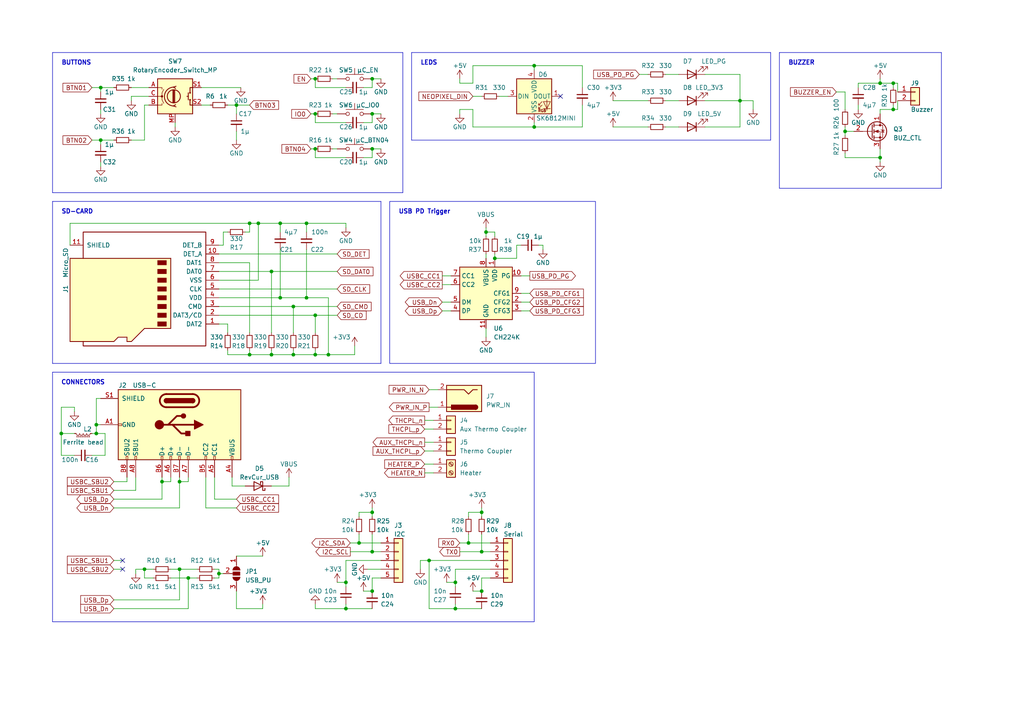
<source format=kicad_sch>
(kicad_sch (version 20231120) (generator "eeschema") (generator_version "8.0")
  (paper "A4")
  (title_block (title "Modular Solder Reflow PCB") (rev "0.0.1"))
  (junction (at 78.74 78.74))
  (junction (at 259.08 24.13))
  (junction (at 72.39 102.87))
  (junction (at 100.33 176.53))
  (junction (at 255.27 24.13))
  (junction (at 91.44 102.87))
  (junction (at 107.95 148.59))
  (junction (at 27.94 125.73))
  (junction (at 29.21 25.4))
  (junction (at 140.97 67.31))
  (junction (at 154.94 19.05))
  (junction (at 139.7 148.59))
  (junction (at 91.44 33.02))
  (junction (at 214.63 29.21))
  (junction (at 107.95 43.18))
  (junction (at 52.07 165.1))
  (junction (at 143.51 74.93))
  (junction (at 135.89 157.48))
  (junction (at 245.11 38.1))
  (junction (at 52.07 139.7))
  (junction (at 132.08 168.91))
  (junction (at 29.21 40.64))
  (junction (at 95.25 102.87))
  (junction (at 81.28 64.77))
  (junction (at 91.44 43.18))
  (junction (at 259.08 31.75))
  (junction (at 78.74 102.87))
  (junction (at 88.9 64.77))
  (junction (at 74.93 64.77))
  (junction (at 41.91 165.1))
  (junction (at 27.94 123.19))
  (junction (at 72.39 64.77))
  (junction (at 100.33 168.91))
  (junction (at 81.28 86.36))
  (junction (at 154.94 36.83))
  (junction (at 17.78 125.73))
  (junction (at 255.27 45.72))
  (junction (at 107.95 160.02))
  (junction (at 88.9 86.36))
  (junction (at 124.46 162.56))
  (junction (at 85.09 88.9))
  (junction (at 63.5 166.37))
  (junction (at 132.08 176.53))
  (junction (at 68.58 30.48))
  (junction (at 139.7 171.45))
  (junction (at 107.95 171.45))
  (junction (at 107.95 33.02))
  (junction (at 104.14 157.48))
  (junction (at 91.44 91.44))
  (junction (at 54.61 167.64))
  (junction (at 46.99 139.7))
  (junction (at 91.44 22.86))
  (junction (at 139.7 160.02))
  (junction (at 107.95 22.86))
  (junction (at 85.09 102.87))
  (no_connect (at 35.56 162.56))
  (no_connect (at 35.56 165.1))
  (no_connect (at 162.56 27.94))
  (wire (pts (xy 132.08 170.18) (xy 132.08 168.91)))
  (wire (pts (xy 39.37 166.37) (xy 39.37 165.1)))
  (wire (pts (xy 78.74 96.52) (xy 78.74 78.74)))
  (wire (pts (xy 54.61 176.53) (xy 54.61 167.64)))
  (wire (pts (xy 218.44 31.75) (xy 218.44 29.21)))
  (polyline (pts (xy 116.84 55.88) (xy 116.84 15.24)))
  (wire (pts (xy 128.27 80.01) (xy 130.81 80.01)))
  (wire (pts (xy 63.5 76.2) (xy 72.39 76.2)))
  (polyline (pts (xy 15.24 107.95) (xy 15.24 180.34)))
  (polyline (pts (xy 15.24 180.34) (xy 154.94 180.34)))
  (wire (pts (xy 95.25 86.36) (xy 95.25 102.87)))
  (wire (pts (xy 26.67 25.4) (xy 29.21 25.4)))
  (wire (pts (xy 44.45 167.64) (xy 41.91 167.64)))
  (wire (pts (xy 107.95 167.64) (xy 110.49 167.64)))
  (wire (pts (xy 139.7 148.59) (xy 139.7 147.32)))
  (wire (pts (xy 85.09 88.9) (xy 63.5 88.9)))
  (wire (pts (xy 21.59 125.73) (xy 17.78 125.73)))
  (wire (pts (xy 154.94 36.83) (xy 154.94 35.56)))
  (wire (pts (xy 29.21 115.57) (xy 27.94 115.57)))
  (wire (pts (xy 30.48 132.08) (xy 30.48 125.73)))
  (wire (pts (xy 85.09 101.6) (xy 85.09 102.87)))
  (wire (pts (xy 33.02 176.53) (xy 54.61 176.53)))
  (wire (pts (xy 193.04 29.21) (xy 196.85 29.21)))
  (wire (pts (xy 91.44 102.87) (xy 85.09 102.87)))
  (wire (pts (xy 149.86 74.93) (xy 143.51 74.93)))
  (wire (pts (xy 124.46 176.53) (xy 132.08 176.53)))
  (wire (pts (xy 88.9 64.77) (xy 88.9 67.31)))
  (wire (pts (xy 72.39 67.31) (xy 71.12 67.31)))
  (wire (pts (xy 50.8 35.56) (xy 50.8 36.83)))
  (wire (pts (xy 143.51 67.31) (xy 140.97 67.31)))
  (wire (pts (xy 245.11 26.67) (xy 245.11 31.75)))
  (wire (pts (xy 29.21 31.75) (xy 29.21 33.02)))
  (wire (pts (xy 83.82 138.43) (xy 83.82 140.97)))
  (wire (pts (xy 68.58 38.1) (xy 68.58 40.64)))
  (wire (pts (xy 49.53 167.64) (xy 54.61 167.64)))
  (wire (pts (xy 33.02 139.7) (xy 36.83 139.7)))
  (wire (pts (xy 74.93 81.28) (xy 74.93 64.77)))
  (wire (pts (xy 123.19 121.92) (xy 125.73 121.92)))
  (wire (pts (xy 91.44 96.52) (xy 91.44 91.44)))
  (wire (pts (xy 96.52 43.18) (xy 97.79 43.18)))
  (wire (pts (xy 168.91 25.4) (xy 168.91 19.05)))
  (wire (pts (xy 54.61 139.7) (xy 54.61 138.43)))
  (wire (pts (xy 193.04 21.59) (xy 196.85 21.59)))
  (wire (pts (xy 139.7 148.59) (xy 139.7 149.86)))
  (wire (pts (xy 107.95 154.94) (xy 107.95 160.02)))
  (wire (pts (xy 110.49 162.56) (xy 100.33 162.56)))
  (wire (pts (xy 149.86 71.12) (xy 151.13 71.12)))
  (wire (pts (xy 90.17 22.86) (xy 91.44 22.86)))
  (wire (pts (xy 168.91 30.48) (xy 168.91 36.83)))
  (wire (pts (xy 52.07 138.43) (xy 52.07 139.7)))
  (wire (pts (xy 67.31 140.97) (xy 71.12 140.97)))
  (wire (pts (xy 100.33 66.04) (xy 100.33 64.77)))
  (wire (pts (xy 101.6 157.48) (xy 104.14 157.48)))
  (wire (pts (xy 135.89 148.59) (xy 135.89 149.86)))
  (wire (pts (xy 105.41 25.4) (xy 107.95 25.4)))
  (wire (pts (xy 245.11 45.72) (xy 255.27 45.72)))
  (wire (pts (xy 29.21 46.99) (xy 29.21 48.26)))
  (wire (pts (xy 102.87 100.33) (xy 102.87 102.87)))
  (wire (pts (xy 41.91 167.64) (xy 41.91 165.1)))
  (wire (pts (xy 62.23 144.78) (xy 62.23 138.43)))
  (wire (pts (xy 137.16 19.05) (xy 154.94 19.05)))
  (wire (pts (xy 41.91 30.48) (xy 41.91 40.64)))
  (wire (pts (xy 260.35 29.21) (xy 260.35 31.75)))
  (wire (pts (xy 133.35 157.48) (xy 135.89 157.48)))
  (wire (pts (xy 39.37 165.1) (xy 41.91 165.1)))
  (wire (pts (xy 64.77 71.12) (xy 63.5 71.12)))
  (wire (pts (xy 245.11 39.37) (xy 245.11 38.1)))
  (polyline (pts (xy 119.38 15.24) (xy 119.38 40.64)))
  (wire (pts (xy 26.67 40.64) (xy 29.21 40.64)))
  (wire (pts (xy 52.07 139.7) (xy 54.61 139.7)))
  (wire (pts (xy 133.35 160.02) (xy 139.7 160.02)))
  (wire (pts (xy 91.44 25.4) (xy 100.33 25.4)))
  (wire (pts (xy 52.07 147.32) (xy 52.07 139.7)))
  (wire (pts (xy 72.39 102.87) (xy 66.04 102.87)))
  (wire (pts (xy 104.14 157.48) (xy 110.49 157.48)))
  (wire (pts (xy 214.63 29.21) (xy 214.63 36.83)))
  (wire (pts (xy 30.48 132.08) (xy 26.67 132.08)))
  (polyline (pts (xy 226.06 15.24) (xy 226.06 54.61)))
  (polyline (pts (xy 226.06 54.61) (xy 273.05 54.61)))
  (wire (pts (xy 66.04 96.52) (xy 66.04 93.98)))
  (wire (pts (xy 96.52 33.02) (xy 97.79 33.02)))
  (wire (pts (xy 123.19 128.27) (xy 125.73 128.27)))
  (wire (pts (xy 105.41 35.56) (xy 107.95 35.56)))
  (wire (pts (xy 248.92 30.48) (xy 248.92 31.75)))
  (wire (pts (xy 151.13 87.63) (xy 153.67 87.63)))
  (wire (pts (xy 97.79 83.82) (xy 63.5 83.82)))
  (wire (pts (xy 63.5 166.37) (xy 63.5 167.64)))
  (wire (pts (xy 100.33 176.53) (xy 107.95 176.53)))
  (polyline (pts (xy 15.24 15.24) (xy 15.24 55.88)))
  (wire (pts (xy 97.79 73.66) (xy 63.5 73.66)))
  (wire (pts (xy 104.14 154.94) (xy 104.14 157.48)))
  (wire (pts (xy 143.51 68.58) (xy 143.51 67.31)))
  (wire (pts (xy 123.19 124.46) (xy 125.73 124.46)))
  (wire (pts (xy 137.16 24.13) (xy 133.35 24.13)))
  (wire (pts (xy 29.21 40.64) (xy 29.21 41.91)))
  (wire (pts (xy 91.44 35.56) (xy 100.33 35.56)))
  (wire (pts (xy 139.7 160.02) (xy 142.24 160.02)))
  (wire (pts (xy 107.95 45.72) (xy 107.95 43.18)))
  (wire (pts (xy 259.08 24.13) (xy 259.08 25.4)))
  (polyline (pts (xy 226.06 15.24) (xy 273.05 15.24)))
  (wire (pts (xy 21.59 118.11) (xy 17.78 118.11)))
  (wire (pts (xy 90.17 43.18) (xy 91.44 43.18)))
  (wire (pts (xy 124.46 162.56) (xy 124.46 176.53)))
  (wire (pts (xy 95.25 102.87) (xy 91.44 102.87)))
  (wire (pts (xy 124.46 118.11) (xy 127 118.11)))
  (wire (pts (xy 185.42 21.59) (xy 187.96 21.59)))
  (wire (pts (xy 135.89 157.48) (xy 142.24 157.48)))
  (wire (pts (xy 33.02 142.24) (xy 39.37 142.24)))
  (wire (pts (xy 33.02 144.78) (xy 46.99 144.78)))
  (wire (pts (xy 52.07 173.99) (xy 52.07 165.1)))
  (polyline (pts (xy 15.24 105.41) (xy 110.49 105.41)))
  (wire (pts (xy 259.08 24.13) (xy 260.35 24.13)))
  (wire (pts (xy 156.21 71.12) (xy 157.48 71.12)))
  (polyline (pts (xy 110.49 58.42) (xy 15.24 58.42)))
  (wire (pts (xy 29.21 40.64) (xy 33.02 40.64)))
  (polyline (pts (xy 154.94 107.95) (xy 154.94 180.34)))
  (wire (pts (xy 137.16 19.05) (xy 137.16 24.13)))
  (wire (pts (xy 78.74 101.6) (xy 78.74 102.87)))
  (wire (pts (xy 27.94 123.19) (xy 27.94 125.73)))
  (wire (pts (xy 193.04 36.83) (xy 196.85 36.83)))
  (wire (pts (xy 33.02 165.1) (xy 35.56 165.1)))
  (polyline (pts (xy 110.49 105.41) (xy 110.49 58.42)))
  (wire (pts (xy 46.99 144.78) (xy 46.99 139.7)))
  (wire (pts (xy 30.48 125.73) (xy 27.94 125.73)))
  (wire (pts (xy 91.44 175.26) (xy 91.44 176.53)))
  (wire (pts (xy 88.9 64.77) (xy 81.28 64.77)))
  (wire (pts (xy 81.28 67.31) (xy 81.28 64.77)))
  (wire (pts (xy 204.47 36.83) (xy 214.63 36.83)))
  (wire (pts (xy 72.39 101.6) (xy 72.39 102.87)))
  (wire (pts (xy 63.5 166.37) (xy 64.77 166.37)))
  (wire (pts (xy 46.99 138.43) (xy 46.99 139.7)))
  (wire (pts (xy 168.91 36.83) (xy 154.94 36.83)))
  (wire (pts (xy 21.59 119.38) (xy 21.59 118.11)))
  (wire (pts (xy 101.6 160.02) (xy 107.95 160.02)))
  (wire (pts (xy 85.09 102.87) (xy 78.74 102.87)))
  (wire (pts (xy 68.58 161.29) (xy 76.2 161.29)))
  (wire (pts (xy 132.08 168.91) (xy 132.08 165.1)))
  (polyline (pts (xy 15.24 107.95) (xy 154.94 107.95)))
  (wire (pts (xy 81.28 64.77) (xy 74.93 64.77)))
  (wire (pts (xy 38.1 40.64) (xy 41.91 40.64)))
  (wire (pts (xy 107.95 35.56) (xy 107.95 33.02)))
  (wire (pts (xy 105.41 171.45) (xy 107.95 171.45)))
  (wire (pts (xy 104.14 148.59) (xy 104.14 149.86)))
  (wire (pts (xy 17.78 118.11) (xy 17.78 125.73)))
  (wire (pts (xy 88.9 64.77) (xy 100.33 64.77)))
  (wire (pts (xy 248.92 25.4) (xy 248.92 24.13)))
  (wire (pts (xy 91.44 25.4) (xy 91.44 22.86)))
  (wire (pts (xy 151.13 80.01) (xy 153.67 80.01)))
  (wire (pts (xy 68.58 176.53) (xy 76.2 176.53)))
  (wire (pts (xy 72.39 96.52) (xy 72.39 76.2)))
  (wire (pts (xy 66.04 93.98) (xy 63.5 93.98)))
  (wire (pts (xy 97.79 88.9) (xy 85.09 88.9)))
  (wire (pts (xy 107.95 160.02) (xy 110.49 160.02)))
  (wire (pts (xy 21.59 132.08) (xy 17.78 132.08)))
  (wire (pts (xy 204.47 29.21) (xy 214.63 29.21)))
  (wire (pts (xy 151.13 90.17) (xy 153.67 90.17)))
  (wire (pts (xy 132.08 165.1) (xy 142.24 165.1)))
  (wire (pts (xy 107.95 25.4) (xy 107.95 22.86)))
  (wire (pts (xy 140.97 95.25) (xy 140.97 97.79)))
  (wire (pts (xy 52.07 165.1) (xy 57.15 165.1)))
  (wire (pts (xy 38.1 27.94) (xy 38.1 29.21)))
  (wire (pts (xy 20.32 64.77) (xy 72.39 64.77)))
  (wire (pts (xy 68.58 147.32) (xy 59.69 147.32)))
  (wire (pts (xy 107.95 148.59) (xy 107.95 147.32)))
  (wire (pts (xy 128.27 90.17) (xy 130.81 90.17)))
  (wire (pts (xy 106.68 165.1) (xy 110.49 165.1)))
  (wire (pts (xy 137.16 36.83) (xy 154.94 36.83)))
  (wire (pts (xy 68.58 30.48) (xy 72.39 30.48)))
  (wire (pts (xy 177.8 36.83) (xy 187.96 36.83)))
  (wire (pts (xy 91.44 102.87) (xy 91.44 101.6)))
  (wire (pts (xy 95.25 86.36) (xy 88.9 86.36)))
  (wire (pts (xy 59.69 147.32) (xy 59.69 138.43)))
  (wire (pts (xy 78.74 140.97) (xy 83.82 140.97)))
  (wire (pts (xy 137.16 171.45) (xy 139.7 171.45)))
  (wire (pts (xy 91.44 176.53) (xy 100.33 176.53)))
  (wire (pts (xy 36.83 138.43) (xy 36.83 139.7)))
  (wire (pts (xy 140.97 66.04) (xy 140.97 67.31)))
  (wire (pts (xy 88.9 72.39) (xy 88.9 86.36)))
  (wire (pts (xy 151.13 85.09) (xy 153.67 85.09)))
  (wire (pts (xy 139.7 171.45) (xy 139.7 167.64)))
  (wire (pts (xy 68.58 171.45) (xy 68.58 176.53)))
  (wire (pts (xy 33.02 147.32) (xy 52.07 147.32)))
  (wire (pts (xy 88.9 86.36) (xy 81.28 86.36)))
  (wire (pts (xy 100.33 162.56) (xy 100.33 168.91)))
  (wire (pts (xy 54.61 167.64) (xy 57.15 167.64)))
  (wire (pts (xy 133.35 31.75) (xy 133.35 33.02)))
  (wire (pts (xy 123.19 134.62) (xy 125.73 134.62)))
  (wire (pts (xy 154.94 19.05) (xy 168.91 19.05)))
  (wire (pts (xy 96.52 22.86) (xy 97.79 22.86)))
  (wire (pts (xy 248.92 24.13) (xy 255.27 24.13)))
  (wire (pts (xy 204.47 21.59) (xy 214.63 21.59)))
  (wire (pts (xy 66.04 30.48) (xy 68.58 30.48)))
  (wire (pts (xy 105.41 45.72) (xy 107.95 45.72)))
  (wire (pts (xy 260.35 24.13) (xy 260.35 26.67)))
  (wire (pts (xy 68.58 144.78) (xy 62.23 144.78)))
  (wire (pts (xy 63.5 167.64) (xy 62.23 167.64)))
  (wire (pts (xy 245.11 44.45) (xy 245.11 45.72)))
  (wire (pts (xy 218.44 29.21) (xy 214.63 29.21)))
  (wire (pts (xy 33.02 162.56) (xy 35.56 162.56)))
  (wire (pts (xy 91.44 45.72) (xy 100.33 45.72)))
  (wire (pts (xy 132.08 175.26) (xy 132.08 176.53)))
  (wire (pts (xy 63.5 81.28) (xy 74.93 81.28)))
  (wire (pts (xy 62.23 165.1) (xy 63.5 165.1)))
  (wire (pts (xy 123.19 130.81) (xy 125.73 130.81)))
  (wire (pts (xy 133.35 24.13) (xy 133.35 22.86)))
  (wire (pts (xy 255.27 46.99) (xy 255.27 45.72)))
  (wire (pts (xy 140.97 67.31) (xy 140.97 68.58)))
  (wire (pts (xy 91.44 91.44) (xy 63.5 91.44)))
  (wire (pts (xy 128.27 87.63) (xy 130.81 87.63)))
  (wire (pts (xy 33.02 173.99) (xy 52.07 173.99)))
  (wire (pts (xy 242.57 26.67) (xy 245.11 26.67)))
  (wire (pts (xy 90.17 33.02) (xy 91.44 33.02)))
  (wire (pts (xy 259.08 31.75) (xy 255.27 31.75)))
  (wire (pts (xy 107.95 33.02) (xy 110.49 33.02)))
  (wire (pts (xy 104.14 148.59) (xy 107.95 148.59)))
  (polyline (pts (xy 15.24 15.24) (xy 116.84 15.24)))
  (wire (pts (xy 17.78 125.73) (xy 17.78 132.08)))
  (wire (pts (xy 95.25 102.87) (xy 102.87 102.87)))
  (wire (pts (xy 245.11 36.83) (xy 245.11 38.1)))
  (wire (pts (xy 64.77 67.31) (xy 66.04 67.31)))
  (wire (pts (xy 72.39 64.77) (xy 72.39 67.31)))
  (wire (pts (xy 74.93 64.77) (xy 72.39 64.77)))
  (wire (pts (xy 128.27 82.55) (xy 130.81 82.55)))
  (wire (pts (xy 68.58 30.48) (xy 68.58 33.02)))
  (wire (pts (xy 58.42 25.4) (xy 69.85 25.4)))
  (wire (pts (xy 107.95 43.18) (xy 110.49 43.18)))
  (wire (pts (xy 49.53 139.7) (xy 46.99 139.7)))
  (wire (pts (xy 245.11 38.1) (xy 247.65 38.1)))
  (wire (pts (xy 255.27 43.18) (xy 255.27 45.72)))
  (wire (pts (xy 121.92 162.56) (xy 121.92 165.1)))
  (wire (pts (xy 123.19 137.16) (xy 125.73 137.16)))
  (wire (pts (xy 29.21 25.4) (xy 29.21 26.67)))
  (wire (pts (xy 39.37 138.43) (xy 39.37 142.24)))
  (wire (pts (xy 81.28 86.36) (xy 81.28 72.39)))
  (wire (pts (xy 132.08 176.53) (xy 139.7 176.53)))
  (wire (pts (xy 85.09 96.52) (xy 85.09 88.9)))
  (wire (pts (xy 49.53 138.43) (xy 49.53 139.7)))
  (wire (pts (xy 255.27 31.75) (xy 255.27 33.02)))
  (wire (pts (xy 144.78 27.94) (xy 147.32 27.94)))
  (wire (pts (xy 124.46 113.03) (xy 127 113.03)))
  (wire (pts (xy 107.95 171.45) (xy 107.95 167.64)))
  (wire (pts (xy 49.53 165.1) (xy 52.07 165.1)))
  (wire (pts (xy 64.77 67.31) (xy 64.77 71.12)))
  (wire (pts (xy 97.79 168.91) (xy 100.33 168.91)))
  (wire (pts (xy 177.8 29.21) (xy 187.96 29.21)))
  (wire (pts (xy 139.7 154.94) (xy 139.7 160.02)))
  (wire (pts (xy 41.91 165.1) (xy 44.45 165.1)))
  (wire (pts (xy 91.44 35.56) (xy 91.44 33.02)))
  (wire (pts (xy 255.27 24.13) (xy 259.08 24.13)))
  (wire (pts (xy 27.94 115.57) (xy 27.94 123.19)))
  (polyline (pts (xy 223.52 15.24) (xy 119.38 15.24)))
  (polyline (pts (xy 119.38 40.64) (xy 223.52 40.64)))
  (wire (pts (xy 133.35 31.75) (xy 137.16 31.75)))
  (wire (pts (xy 58.42 30.48) (xy 60.96 30.48)))
  (wire (pts (xy 259.08 31.75) (xy 259.08 30.48)))
  (wire (pts (xy 81.28 86.36) (xy 63.5 86.36)))
  (wire (pts (xy 27.94 125.73) (xy 26.67 125.73)))
  (wire (pts (xy 67.31 140.97) (xy 67.31 138.43)))
  (wire (pts (xy 29.21 25.4) (xy 33.02 25.4)))
  (polyline (pts (xy 273.05 54.61) (xy 273.05 15.24)))
  (wire (pts (xy 140.97 73.66) (xy 140.97 74.93)))
  (wire (pts (xy 214.63 21.59) (xy 214.63 29.21)))
  (wire (pts (xy 107.95 22.86) (xy 110.49 22.86)))
  (wire (pts (xy 91.44 45.72) (xy 91.44 43.18)))
  (wire (pts (xy 259.08 31.75) (xy 260.35 31.75)))
  (wire (pts (xy 97.79 78.74) (xy 78.74 78.74)))
  (wire (pts (xy 255.27 24.13) (xy 255.27 22.86)))
  (wire (pts (xy 149.86 71.12) (xy 149.86 74.93)))
  (wire (pts (xy 43.18 30.48) (xy 41.91 30.48)))
  (wire (pts (xy 76.2 176.53) (xy 76.2 175.26)))
  (wire (pts (xy 63.5 165.1) (xy 63.5 166.37)))
  (wire (pts (xy 129.54 168.91) (xy 132.08 168.91)))
  (polyline (pts (xy 223.52 40.64) (xy 223.52 15.24)))
  (wire (pts (xy 66.04 101.6) (xy 66.04 102.87)))
  (wire (pts (xy 124.46 162.56) (xy 142.24 162.56)))
  (wire (pts (xy 143.51 73.66) (xy 143.51 74.93)))
  (polyline (pts (xy 15.24 55.88) (xy 116.84 55.88)))
  (wire (pts (xy 20.32 71.12) (xy 20.32 64.77)))
  (wire (pts (xy 100.33 175.26) (xy 100.33 176.53)))
  (wire (pts (xy 137.16 31.75) (xy 137.16 36.83)))
  (wire (pts (xy 139.7 167.64) (xy 142.24 167.64)))
  (wire (pts (xy 157.48 71.12) (xy 157.48 72.39)))
  (wire (pts (xy 27.94 123.19) (xy 29.21 123.19)))
  (wire (pts (xy 38.1 25.4) (xy 43.18 25.4)))
  (wire (pts (xy 121.92 162.56) (xy 124.46 162.56)))
  (wire (pts (xy 78.74 102.87) (xy 72.39 102.87)))
  (wire (pts (xy 78.74 78.74) (xy 63.5 78.74)))
  (wire (pts (xy 154.94 19.05) (xy 154.94 20.32)))
  (wire (pts (xy 137.16 27.94) (xy 139.7 27.94)))
  (wire (pts (xy 135.89 148.59) (xy 139.7 148.59)))
  (wire (pts (xy 97.79 91.44) (xy 91.44 91.44)))
  (wire (pts (xy 43.18 27.94) (xy 38.1 27.94)))
  (wire (pts (xy 107.95 148.59) (xy 107.95 149.86)))
  (wire (pts (xy 135.89 154.94) (xy 135.89 157.48)))
  (wire (pts (xy 100.33 170.18) (xy 100.33 168.91)))
  (polyline (pts (xy 15.24 105.41) (xy 15.24 58.42)))
  (rectangle (start 113.03 58.42) (end 172.72 105.41))
  (text "BUZZER" (at 228.6 19.05 0) (effects (font (size 1.27 1.27) (thickness 0.254) (bold yes)) (justify left bottom)))
  (text "BUTTONS\n" (at 17.78 19.05 0) (effects (font (size 1.27 1.27) (thickness 0.254) (bold yes)) (justify left bottom)))
  (text "SD-CARD\n" (at 17.78 62.23 0) (effects (font (size 1.27 1.27) (thickness 0.254) (bold yes)) (justify left bottom)))
  (text "CONNECTORS\n" (at 30.48 111.76 0) (effects (font (size 1.27 1.27) (thickness 0.254) (bold yes)) (justify right bottom)))
  (text "LEDS" (at 121.92 19.05 0) (effects (font (size 1.27 1.27) (thickness 0.254) (bold yes)) (justify left bottom)))
  (text "USB PD Trigger\n" (at 115.57 62.23 0) (effects (font (size 1.27 1.27) (thickness 0.254) (bold yes)) (justify left bottom)))
  (global_label "USB_Dn" (shape bidirectional) (at 33.02 147.32 180) (property "Intersheetrefs" "${INTERSHEET_REFS}" (effects (hide yes))))
  (global_label "I2C_SDA" (shape bidirectional) (at 101.6 157.48 180) (property "Intersheetrefs" "${INTERSHEET_REFS}" (effects (hide yes))))
  (global_label "USB_PD_CFG2" (shape input) (at 153.67 87.63 0) (property "Intersheetrefs" "${INTERSHEET_REFS}" (effects (hide yes))))
  (global_label "USB_PD_PG" (shape output) (at 153.67 80.01 0) (property "Intersheetrefs" "${INTERSHEET_REFS}" (effects (hide yes))))
  (global_label "RX0" (shape input) (at 133.35 157.48 180) (property "Intersheetrefs" "${INTERSHEET_REFS}" (effects (hide yes))))
  (global_label "THCPL_n" (shape output) (at 123.19 121.92 180) (property "Intersheetrefs" "${INTERSHEET_REFS}" (effects (hide yes))))
  (global_label "USBC_CC2" (shape input) (at 68.58 147.32 0) (property "Intersheetrefs" "${INTERSHEET_REFS}" (effects (hide yes))))
  (global_label "I2C_SCL" (shape output) (at 101.6 160.02 180) (property "Intersheetrefs" "${INTERSHEET_REFS}" (effects (hide yes))))
  (global_label "USB_Dp" (shape bidirectional) (at 33.02 144.78 180) (property "Intersheetrefs" "${INTERSHEET_REFS}" (effects (hide yes))))
  (global_label "USBC_CC1" (shape input) (at 68.58 144.78 0) (property "Intersheetrefs" "${INTERSHEET_REFS}" (effects (hide yes))))
  (global_label "PWR_IN_N" (shape input) (at 124.46 113.03 180) (property "Intersheetrefs" "${INTERSHEET_REFS}" (effects (hide yes))))
  (global_label "AUX_THCPL_n" (shape output) (at 123.19 128.27 180) (property "Intersheetrefs" "${INTERSHEET_REFS}" (effects (hide yes))))
  (global_label "IO0" (shape input) (at 90.17 33.02 180) (property "Intersheetrefs" "${INTERSHEET_REFS}" (effects (hide yes))))
  (global_label "SD_DAT0" (shape input) (at 97.79 78.74 0) (property "Intersheetrefs" "${INTERSHEET_REFS}" (effects (hide yes))))
  (global_label "USBC_SBU1" (shape input) (at 33.02 162.56 180) (property "Intersheetrefs" "${INTERSHEET_REFS}" (effects (hide yes))))
  (global_label "HEATER_P" (shape input) (at 123.19 134.62 180) (property "Intersheetrefs" "${INTERSHEET_REFS}" (effects (hide yes))))
  (global_label "USBC_SBU2" (shape input) (at 33.02 165.1 180) (property "Intersheetrefs" "${INTERSHEET_REFS}" (effects (hide yes))))
  (global_label "BTN04" (shape input) (at 90.17 43.18 180) (property "Intersheetrefs" "${INTERSHEET_REFS}" (effects (hide yes))))
  (global_label "THCPL_p" (shape input) (at 123.19 124.46 180) (property "Intersheetrefs" "${INTERSHEET_REFS}" (effects (hide yes))))
  (global_label "BTN01" (shape input) (at 26.67 25.4 180) (property "Intersheetrefs" "${INTERSHEET_REFS}" (effects (hide yes))))
  (global_label "SD_CMD" (shape input) (at 97.79 88.9 0) (property "Intersheetrefs" "${INTERSHEET_REFS}" (effects (hide yes))))
  (global_label "BUZZER_EN" (shape input) (at 242.57 26.67 180) (property "Intersheetrefs" "${INTERSHEET_REFS}" (effects (hide yes))))
  (global_label "USB_Dn" (shape bidirectional) (at 128.27 87.63 180) (property "Intersheetrefs" "${INTERSHEET_REFS}" (effects (hide yes))))
  (global_label "USB_PD_PG" (shape input) (at 185.42 21.59 180) (property "Intersheetrefs" "${INTERSHEET_REFS}" (effects (hide yes))))
  (global_label "BTN02" (shape input) (at 26.67 40.64 180) (property "Intersheetrefs" "${INTERSHEET_REFS}" (effects (hide yes))))
  (global_label "BTN03" (shape input) (at 72.39 30.48 0) (property "Intersheetrefs" "${INTERSHEET_REFS}" (effects (hide yes))))
  (global_label "PWR_IN_P" (shape output) (at 124.46 118.11 180) (property "Intersheetrefs" "${INTERSHEET_REFS}" (effects (hide yes))))
  (global_label "AUX_THCPL_p" (shape input) (at 123.19 130.81 180) (property "Intersheetrefs" "${INTERSHEET_REFS}" (effects (hide yes))))
  (global_label "USB_Dp" (shape input) (at 33.02 173.99 180) (property "Intersheetrefs" "${INTERSHEET_REFS}" (effects (hide yes))))
  (global_label "USB_PD_CFG3" (shape input) (at 153.67 90.17 0) (property "Intersheetrefs" "${INTERSHEET_REFS}" (effects (hide yes))))
  (global_label "TX0" (shape output) (at 133.35 160.02 180) (property "Intersheetrefs" "${INTERSHEET_REFS}" (effects (hide yes))))
  (global_label "SD_CD" (shape input) (at 97.79 91.44 0) (property "Intersheetrefs" "${INTERSHEET_REFS}" (effects (hide yes))))
  (global_label "SD_DET" (shape input) (at 97.79 73.66 0) (property "Intersheetrefs" "${INTERSHEET_REFS}" (effects (hide yes))))
  (global_label "HEATER_N" (shape output) (at 123.19 137.16 180) (property "Intersheetrefs" "${INTERSHEET_REFS}" (effects (hide yes))))
  (global_label "EN" (shape input) (at 90.17 22.86 180) (property "Intersheetrefs" "${INTERSHEET_REFS}" (effects (hide yes))))
  (global_label "USBC_SBU1" (shape input) (at 33.02 142.24 180) (property "Intersheetrefs" "${INTERSHEET_REFS}" (effects (hide yes))))
  (global_label "USB_Dn" (shape input) (at 33.02 176.53 180) (property "Intersheetrefs" "${INTERSHEET_REFS}" (effects (hide yes))))
  (global_label "USBC_CC2" (shape output) (at 128.27 82.55 180) (property "Intersheetrefs" "${INTERSHEET_REFS}" (effects (hide yes))))
  (global_label "SD_CLK" (shape input) (at 97.79 83.82 0) (property "Intersheetrefs" "${INTERSHEET_REFS}" (effects (hide yes))))
  (global_label "NEOPIXEL_DIN" (shape input) (at 137.16 27.94 180) (property "Intersheetrefs" "${INTERSHEET_REFS}" (effects (hide yes))))
  (global_label "USB_PD_CFG1" (shape input) (at 153.67 85.09 0) (property "Intersheetrefs" "${INTERSHEET_REFS}" (effects (hide yes))))
  (global_label "USB_Dp" (shape bidirectional) (at 128.27 90.17 180) (property "Intersheetrefs" "${INTERSHEET_REFS}" (effects (hide yes))))
  (global_label "USBC_CC1" (shape output) (at 128.27 80.01 180) (property "Intersheetrefs" "${INTERSHEET_REFS}" (effects (hide yes))))
  (global_label "USBC_SBU2" (shape input) (at 33.02 139.7 180) (property "Intersheetrefs" "${INTERSHEET_REFS}" (effects (hide yes))))
  (symbol (lib_id "power:GND") (at 29.21 48.26 0) (unit 1)
    (property "Reference" "#PWR054" (effects (hide yes)))
    (property "Value" "GND" (at 29.21 52.07 0))
  )
  (symbol (lib_id "Device:C_Small") (at 68.58 35.56 0) (unit 1)
    (property "Reference" "C17" (at 71.12 33.02 0))
    (property "Value" "1µ" (at 71.12 38.1 0))
    (property "Footprint" "Capacitor_SMD:C_0603_1608Metric_Pad1.08x0.95mm_HandSolder" (effects (hide yes)))
  )
  (symbol (lib_id "power:GND") (at 218.44 31.75 0) (unit 1)
    (property "Reference" "#PWR051" (effects (hide yes)))
    (property "Value" "GND" (at 218.44 35.56 0))
  )
  (symbol (lib_id "Device:C_Small") (at 248.92 27.94 0) (unit 1)
    (property "Reference" "C28" (at 250.19 25.4 0) (effects (justify left)))
    (property "Value" "4µ7" (at 250.19 30.48 0) (effects (justify left)))
    (property "Footprint" "Capacitor_SMD:C_0603_1608Metric_Pad1.08x0.95mm_HandSolder" (effects (hide yes)))
  )
  (symbol (lib_id "power:+5V") (at 177.8 36.83 0) (unit 1)
    (property "Reference" "#PWR050" (effects (hide yes)))
    (property "Value" "+5V" (at 177.8 33.02 0))
  )
  (symbol (lib_id "Device:R_Small") (at 104.14 152.4 180) (unit 1)
    (property "Reference" "R24" (at 99.06 151.13 0) (effects (justify right)))
    (property "Value" "10k" (at 99.06 153.67 0) (effects (justify right)))
    (property "Footprint" "Resistor_SMD:R_0603_1608Metric_Pad0.98x0.95mm_HandSolder" (effects (hide yes)))
    (instances (project "esp32-modular-solder-reflow-plate" (path "" (reference "R24") (unit 1))) (project "dspctl_esp32_r0" (path "" (reference "R?") (unit 1)) (path "" (reference "R?") (unit 1))))
  )
  (symbol (lib_id "Device:C_Small") (at 107.95 173.99 180) (unit 1)
    (property "Reference" "C24" (at 114.3 175.26 0) (effects (justify left)))
    (property "Value" "10n" (at 114.3 172.72 0) (effects (justify left)))
    (property "Footprint" "Capacitor_SMD:C_0603_1608Metric_Pad1.08x0.95mm_HandSolder" (effects (hide yes)))
  )
  (symbol (lib_id "Device:R_Small") (at 63.5 30.48 90) (unit 1)
    (property "Reference" "R6" (at 60.96 27.94 90))
    (property "Value" "1k" (at 64.77 27.94 90))
    (property "Footprint" "Resistor_SMD:R_0603_1608Metric_Pad0.98x0.95mm_HandSolder" (effects (hide yes)))
  )
  (symbol (lib_id "power:+3.3V") (at 133.35 22.86 0) (unit 1)
    (property "Reference" "#PWR046" (effects (hide yes)))
    (property "Value" "+5V" (at 133.35 19.05 0))
  )
  (symbol (lib_id "Device:R_Small") (at 59.69 165.1 90) (unit 1)
    (property "Reference" "R12" (at 57.15 162.56 90))
    (property "Value" "5k1" (at 62.23 162.56 90))
    (property "Footprint" "Resistor_SMD:R_0603_1608Metric_Pad0.98x0.95mm_HandSolder" (effects (hide yes)))
  )
  (symbol (lib_id "power:+3.3V") (at 105.41 171.45 0) (unit 1)
    (property "Reference" "#PWR034" (effects (hide yes)))
    (property "Value" "+5V" (at 105.41 167.64 0))
  )
  (symbol (lib_id "Device:R_Small") (at 66.04 99.06 0) (unit 1)
    (property "Reference" "R14" (at 64.77 100.33 0) (effects (justify right)))
    (property "Value" "330" (at 64.77 97.79 0) (effects (justify right)))
    (property "Footprint" "Resistor_SMD:R_0603_1608Metric_Pad0.98x0.95mm_HandSolder" (effects (hide yes)))
    (instances (project "esp32-modular-solder-reflow-plate" (path "" (reference "R14") (unit 1))) (project "dspctl_esp32_r0" (path "" (reference "R?") (unit 1))))
  )
  (symbol (lib_id "Device:LED") (at 200.66 36.83 180) (unit 1)
    (property "Reference" "D9" (at 199.39 33.02 0))
    (property "Value" "LED_5V" (at 205.74 33.02 0))
    (property "Footprint" "LED_SMD:LED_0603_1608Metric_Pad1.05x0.95mm_HandSolder" (effects (hide yes)))
    (instances (project "esp32-modular-solder-reflow-plate" (path "" (reference "D9") (unit 1))) (project "dspctl_esp32_r0" (path "" (reference "D?") (unit 1)) (path "" (reference "D?") (unit 1))))
  )
  (symbol (lib_id "Device:LED") (at 200.66 29.21 180) (unit 1)
    (property "Reference" "D8" (at 199.39 25.4 0))
    (property "Value" "LED_3V3" (at 205.74 25.4 0))
    (property "Footprint" "LED_SMD:LED_0603_1608Metric_Pad1.05x0.95mm_HandSolder" (effects (hide yes)))
    (instances (project "esp32-modular-solder-reflow-plate" (path "" (reference "D8") (unit 1))) (project "dspctl_esp32_r0" (path "" (reference "D?") (unit 1)) (path "" (reference "D?") (unit 1))))
  )
  (symbol (lib_id "Device:R_Small") (at 85.09 99.06 0) (unit 1)
    (property "Reference" "R20" (at 83.82 100.33 0) (effects (justify right)))
    (property "Value" "330" (at 83.82 97.79 0) (effects (justify right)))
    (property "Footprint" "Resistor_SMD:R_0603_1608Metric_Pad0.98x0.95mm_HandSolder" (effects (hide yes)))
    (instances (project "esp32-modular-solder-reflow-plate" (path "" (reference "R20") (unit 1))) (project "dspctl_esp32_r0" (path "" (reference "R?") (unit 1))))
  )
  (symbol (lib_id "power:+3.3V") (at 177.8 29.21 0) (unit 1)
    (property "Reference" "#PWR049" (effects (hide yes)))
    (property "Value" "+3V3" (at 177.8 25.4 0))
  )
  (symbol (lib_id "Device:R_Small") (at 46.99 165.1 90) (unit 1)
    (property "Reference" "R10" (at 44.45 162.56 90))
    (property "Value" "5k1" (at 49.53 162.56 90))
    (property "Footprint" "Resistor_SMD:R_0603_1608Metric_Pad0.98x0.95mm_HandSolder" (effects (hide yes)))
  )
  (symbol (lib_id "Device:RotaryEncoder_Switch_MP") (at 50.8 27.94 0) (unit 1)
    (property "Reference" "SW7" (at 50.8 17.78 0))
    (property "Value" "RotaryEncoder_Switch_MP" (at 50.8 20.32 0))
    (property "Footprint" "Rotary_Encoder:RotaryEncoder_Alps_EC11E-Switch_Vertical_H20mm" (effects (hide yes)))
    (property "Description" "Rotary encoder, dual channel, incremental quadrate outputs, with switch and MP Pin" (effects (hide yes)))
  )
  (symbol (lib_id "power:GND") (at 110.49 22.86 0) (unit 1)
    (property "Reference" "#PWR037" (effects (hide yes)))
    (property "Value" "GND" (at 110.49 26.67 0))
  )
  (symbol (lib_id "power:GND") (at 121.92 165.1 0) (unit 1)
    (property "Reference" "#PWR039" (effects (hide yes)))
    (property "Value" "GND" (at 121.92 168.91 0))
  )
  (symbol (lib_id "Device:R_Small") (at 142.24 27.94 90) (unit 1)
    (property "Reference" "R31" (at 139.7 25.4 90))
    (property "Value" "330" (at 144.78 25.4 90))
    (property "Footprint" "Resistor_SMD:R_0603_1608Metric_Pad0.98x0.95mm_HandSolder" (effects (hide yes)))
    (instances (project "esp32-modular-solder-reflow-plate" (path "" (reference "R31") (unit 1))) (project "dspctl_esp32_r0" (path "" (reference "R?") (unit 1)) (path "" (reference "R?") (unit 1))))
  )
  (symbol (lib_id "power:+3V3") (at 255.27 22.86 0) (unit 1)
    (property "Reference" "#PWR044" (effects (hide yes)))
    (property "Value" "+5V" (at 255.27 19.05 0))
  )
  (symbol (lib_id "power:+3.3V") (at 97.79 168.91 0) (unit 1)
    (property "Reference" "#PWR031" (effects (hide yes)))
    (property "Value" "+3V3" (at 96.52 165.1 0))
  )
  (symbol (lib_id "Device:C_Small") (at 139.7 173.99 180) (unit 1)
    (property "Reference" "C29" (at 146.05 175.26 0) (effects (justify left)))
    (property "Value" "10n" (at 146.05 172.72 0) (effects (justify left)))
    (property "Footprint" "Capacitor_SMD:C_0603_1608Metric_Pad1.08x0.95mm_HandSolder" (effects (hide yes)))
  )
  (symbol (lib_id "Interface_USB:CH224K") (at 140.97 85.09 0) (unit 1)
    (property "Reference" "U6" (at 143.1641 95.25 0) (effects (justify left)))
    (property "Value" "CH224K" (at 143.1641 97.79 0) (effects (justify left)))
    (property "Footprint" "Package_SO:SSOP-10-1EP_3.9x4.9mm_P1mm_EP2.1x3.3mm" (effects (hide yes)))
    (property "Datasheet" "https://www.wch.cn/downloads/file/301.html" (effects (hide yes)))
    (property "Description" "100W USB Type-C PD3.0/2.0, BC1.2 Sink Controller, SSOP-10" (effects (hide yes)))
  )
  (symbol (lib_id "Device:C_Small") (at 102.87 45.72 270) (unit 1)
    (property "Reference" "C20" (at 100.33 46.99 90))
    (property "Value" "1µ" (at 105.41 46.99 90))
    (property "Footprint" "Capacitor_SMD:C_0603_1608Metric_Pad1.08x0.95mm_HandSolder" (effects (hide yes)))
    (instances (project "esp32-modular-solder-reflow-plate" (path "" (reference "C20") (unit 1))) (project "dspctl_esp32_r0" (path "" (reference "C?") (unit 1)) (path "" (reference "C?") (unit 1))))
  )
  (symbol (lib_id "Device:C_Small") (at 29.21 44.45 0) (unit 1)
    (property "Reference" "C32" (at 31.75 46.99 0))
    (property "Value" "1µ" (at 31.75 41.91 0))
    (property "Footprint" "Capacitor_SMD:C_0603_1608Metric_Pad1.08x0.95mm_HandSolder" (effects (hide yes)))
  )
  (symbol (lib_id "Device:R_Small") (at 46.99 167.64 90) (unit 1)
    (property "Reference" "R11" (at 44.45 170.18 90))
    (property "Value" "5k1" (at 49.53 170.18 90))
    (property "Footprint" "Resistor_SMD:R_0603_1608Metric_Pad0.98x0.95mm_HandSolder" (effects (hide yes)))
  )
  (symbol (lib_id "Device:R_Small") (at 190.5 36.83 90) (unit 1)
    (property "Reference" "R34" (at 187.96 34.29 90))
    (property "Value" "330" (at 193.04 34.29 90))
    (property "Footprint" "Resistor_SMD:R_0603_1608Metric_Pad0.98x0.95mm_HandSolder" (effects (hide yes)))
    (instances (project "esp32-modular-solder-reflow-plate" (path "" (reference "R34") (unit 1))) (project "dspctl_esp32_r0" (path "" (reference "R?") (unit 1)) (path "" (reference "R?") (unit 1))))
  )
  (symbol (lib_id "Device:C_Small") (at 132.08 172.72 180) (unit 1)
    (property "Reference" "C27" (at 129.54 173.99 0) (effects (justify left)))
    (property "Value" "10n" (at 129.54 171.45 0) (effects (justify left)))
    (property "Footprint" "Capacitor_SMD:C_0603_1608Metric_Pad1.08x0.95mm_HandSolder" (effects (hide yes)))
  )
  (symbol (lib_id "power:+3.3V") (at 76.2 175.26 0) (unit 1)
    (property "Reference" "#PWR025" (effects (hide yes)))
    (property "Value" "+3V3" (at 74.93 171.45 0))
  )
  (symbol (lib_id "Device:L_Ferrite_Small") (at 24.13 125.73 270) (unit 1)
    (property "Reference" "L2" (at 25.4 124.46 90))
    (property "Value" "Ferrite bead" (at 24.13 128.27 90))
    (property "Footprint" "Inductor_SMD:L_0603_1608Metric_Pad1.05x0.95mm_HandSolder" (effects (hide yes)))
    (instances (project "esp32-modular-solder-reflow-plate" (path "" (reference "L2") (unit 1))) (project "dspctl_esp32_r0" (path "" (reference "L?") (unit 1)) (path "" (reference "L?") (unit 1))) (project "Sperminator_Mk2" (path "" (reference "L?") (unit 1))))
  )
  (symbol (lib_id "power:GND") (at 106.68 165.1 270) (unit 1)
    (property "Reference" "#PWR035" (effects (hide yes)))
    (property "Value" "GND" (at 102.87 165.1 0))
  )
  (symbol (lib_id "Device:R_Small") (at 35.56 40.64 90) (unit 1)
    (property "Reference" "R36" (at 34.29 38.1 90))
    (property "Value" "1k" (at 38.1 38.1 90))
    (property "Footprint" "Resistor_SMD:R_0603_1608Metric_Pad0.98x0.95mm_HandSolder" (effects (hide yes)))
  )
  (symbol (lib_id "Device:C_Small") (at 102.87 25.4 270) (unit 1)
    (property "Reference" "C25" (at 100.33 26.67 90))
    (property "Value" "1µ" (at 105.41 26.67 90))
    (property "Footprint" "Capacitor_SMD:C_0603_1608Metric_Pad1.08x0.95mm_HandSolder" (effects (hide yes)))
    (instances (project "esp32-modular-solder-reflow-plate" (path "" (reference "C25") (unit 1))) (project "dspctl_esp32_r0" (path "" (reference "C?") (unit 1)) (path "" (reference "C?") (unit 1))))
  )
  (symbol (lib_id "Connector:Barrel_Jack") (at 134.62 115.57 180) (unit 1)
    (property "Reference" "J7" (at 140.97 114.935 0) (effects (justify right)))
    (property "Value" "PWR_IN" (at 140.97 117.475 0) (effects (justify right)))
    (property "Footprint" "Connector_BarrelJack:BarrelJack_CUI_PJ-063AH_Horizontal" (effects (hide yes)))
  )
  (symbol (lib_id "Switch:SW_Push") (at 102.87 22.86 0) (unit 1)
    (property "Reference" "SW5" (at 100.33 20.32 0))
    (property "Value" "µC_EN" (at 106.68 20.32 0))
    (property "Footprint" "Button_Switch_THT:SW_Tactile_SKHH_Angled" (effects (hide yes)))
    (instances (project "esp32-modular-solder-reflow-plate" (path "" (reference "SW5") (unit 1))) (project "dspctl_esp32_r0" (path "" (reference "SW?") (unit 1)) (path "" (reference "SW?") (unit 1))))
  )
  (symbol (lib_id "Connector_Generic:Conn_01x02") (at 130.81 128.27 0) (unit 1)
    (property "Reference" "J5" (at 133.35 128.27 0) (effects (justify left)))
    (property "Value" "Thermo Coupler" (at 133.35 130.81 0) (effects (justify left)))
    (property "Footprint" "Connector_JST:JST_XH_B2B-XH-A_1x02_P2.50mm_Vertical" (effects (hide yes)))
  )
  (symbol (lib_id "power:GND") (at 140.97 97.79 0) (unit 1)
    (property "Reference" "#PWR056" (effects (hide yes)))
    (property "Value" "GND" (at 140.97 101.6 0))
  )
  (symbol (lib_id "Device:R_Small") (at 143.51 71.12 0) (unit 1)
    (property "Reference" "R38" (at 148.59 72.39 0) (effects (justify right)))
    (property "Value" "1k" (at 148.59 69.85 0) (effects (justify right)))
    (property "Footprint" "Resistor_SMD:R_0603_1608Metric_Pad0.98x0.95mm_HandSolder" (effects (hide yes)))
  )
  (symbol (lib_id "Device:R_Small") (at 72.39 99.06 0) (unit 1)
    (property "Reference" "R18" (at 71.12 100.33 0) (effects (justify right)))
    (property "Value" "330" (at 71.12 97.79 0) (effects (justify right)))
    (property "Footprint" "Resistor_SMD:R_0603_1608Metric_Pad0.98x0.95mm_HandSolder" (effects (hide yes)))
    (instances (project "esp32-modular-solder-reflow-plate" (path "" (reference "R18") (unit 1))) (project "dspctl_esp32_r0" (path "" (reference "R?") (unit 1))))
  )
  (symbol (lib_id "power:GND") (at 110.49 43.18 0) (unit 1)
    (property "Reference" "#PWR028" (effects (hide yes)))
    (property "Value" "GND" (at 110.49 46.99 0))
  )
  (symbol (lib_id "LED:SK6812MINI") (at 154.94 27.94 0) (unit 1)
    (property "Reference" "D6" (at 157.48 21.59 0))
    (property "Value" "SK6812MINI" (at 161.29 34.29 0))
    (property "Footprint" "LED_SMD:LED_SK6812MINI_PLCC4_3.5x3.5mm_P1.75mm" (effects (hide yes)))
    (property "Datasheet" "https://cdn-shop.adafruit.com/product-files/2686/SK6812MINI_REV.01-1-2.pdf" (effects (hide yes)))
  )
  (symbol (lib_id "Device:C_Small") (at 168.91 27.94 0) (unit 1)
    (property "Reference" "C30" (at 170.18 25.4 0) (effects (justify left)))
    (property "Value" "4µ7" (at 170.18 30.48 0) (effects (justify left)))
    (property "Footprint" "Capacitor_SMD:C_0603_1608Metric_Pad1.08x0.95mm_HandSolder" (effects (hide yes)))
  )
  (symbol (lib_id "power:GND") (at 38.1 29.21 0) (unit 1)
    (property "Reference" "#PWR027" (effects (hide yes)))
    (property "Value" "GND" (at 38.1 33.02 0))
  )
  (symbol (lib_id "power:GND") (at 39.37 166.37 0) (unit 1)
    (property "Reference" "#PWR020" (effects (hide yes)))
    (property "Value" "GND" (at 39.37 170.18 0))
  )
  (symbol (lib_id "Device:C_Small") (at 81.28 69.85 180) (unit 1)
    (property "Reference" "C21" (at 85.09 72.39 0) (effects (justify left)))
    (property "Value" "4µ7" (at 86.36 67.31 0) (effects (justify left)))
    (property "Footprint" "Capacitor_SMD:C_0603_1608Metric_Pad1.08x0.95mm_HandSolder" (effects (hide yes)))
    (instances (project "esp32-modular-solder-reflow-plate" (path "" (reference "C21") (unit 1))) (project "dspctl_esp32_r0" (path "" (reference "C?") (unit 1))))
  )
  (symbol (lib_id "Device:R_Small") (at 91.44 99.06 0) (unit 1)
    (property "Reference" "R21" (at 90.17 100.33 0) (effects (justify right)))
    (property "Value" "330" (at 90.17 97.79 0) (effects (justify right)))
    (property "Footprint" "Resistor_SMD:R_0603_1608Metric_Pad0.98x0.95mm_HandSolder" (effects (hide yes)))
    (instances (project "esp32-modular-solder-reflow-plate" (path "" (reference "R21") (unit 1))) (project "dspctl_esp32_r0" (path "" (reference "R?") (unit 1))))
  )
  (symbol (lib_id "Device:R_Small") (at 135.89 152.4 180) (unit 1)
    (property "Reference" "R28" (at 130.81 151.13 0) (effects (justify right)))
    (property "Value" "10k" (at 130.81 153.67 0) (effects (justify right)))
    (property "Footprint" "Resistor_SMD:R_0603_1608Metric_Pad0.98x0.95mm_HandSolder" (effects (hide yes)))
    (instances (project "esp32-modular-solder-reflow-plate" (path "" (reference "R28") (unit 1))) (project "dspctl_esp32_r0" (path "" (reference "R?") (unit 1)) (path "" (reference "R?") (unit 1))))
  )
  (symbol (lib_id "Device:D_Schottky") (at 74.93 140.97 180) (unit 1)
    (property "Reference" "D5" (at 75.2475 135.89 0))
    (property "Value" "RevCur_USB" (at 75.2475 138.43 0))
    (property "Footprint" "Diode_SMD:D_1210_3225Metric_Pad1.42x2.65mm_HandSolder" (effects (hide yes)))
  )
  (symbol (lib_id "Device:R_Small") (at 78.74 99.06 0) (unit 1)
    (property "Reference" "R19" (at 77.47 100.33 0) (effects (justify right)))
    (property "Value" "330" (at 77.47 97.79 0) (effects (justify right)))
    (property "Footprint" "Resistor_SMD:R_0603_1608Metric_Pad0.98x0.95mm_HandSolder" (effects (hide yes)))
    (instances (project "esp32-modular-solder-reflow-plate" (path "" (reference "R19") (unit 1))) (project "dspctl_esp32_r0" (path "" (reference "R?") (unit 1))))
  )
  (symbol (lib_id "Device:C_Small") (at 88.9 69.85 180) (unit 1)
    (property "Reference" "C22" (at 93.98 72.39 0) (effects (justify left)))
    (property "Value" "100n" (at 95.25 67.31 0) (effects (justify left)))
    (property "Footprint" "Capacitor_SMD:C_0603_1608Metric_Pad1.08x0.95mm_HandSolder" (effects (hide yes)))
    (instances (project "esp32-modular-solder-reflow-plate" (path "" (reference "C22") (unit 1))) (project "dspctl_esp32_r0" (path "" (reference "C?") (unit 1))))
  )
  (symbol (lib_id "Device:R_Small") (at 59.69 167.64 90) (unit 1)
    (property "Reference" "R13" (at 57.15 170.18 90))
    (property "Value" "5k1" (at 62.23 170.18 90))
    (property "Footprint" "Resistor_SMD:R_0603_1608Metric_Pad0.98x0.95mm_HandSolder" (effects (hide yes)))
  )
  (symbol (lib_id "power:GND") (at 100.33 66.04 0) (unit 1)
    (property "Reference" "#PWR032" (effects (hide yes)))
    (property "Value" "GND" (at 100.33 69.85 0))
  )
  (symbol (lib_id "power:+5V") (at 76.2 161.29 0) (unit 1)
    (property "Reference" "#PWR024" (effects (hide yes)))
    (property "Value" "+5V" (at 76.2 157.48 0))
  )
  (symbol (lib_id "Device:R_Small") (at 190.5 29.21 90) (unit 1)
    (property "Reference" "R33" (at 187.96 26.67 90))
    (property "Value" "330" (at 193.04 26.67 90))
    (property "Footprint" "Resistor_SMD:R_0603_1608Metric_Pad0.98x0.95mm_HandSolder" (effects (hide yes)))
    (instances (project "esp32-modular-solder-reflow-plate" (path "" (reference "R33") (unit 1))) (project "dspctl_esp32_r0" (path "" (reference "R?") (unit 1)) (path "" (reference "R?") (unit 1))))
  )
  (symbol (lib_id "Device:R_Small") (at 259.08 27.94 180) (unit 1)
    (property "Reference" "R30" (at 256.54 29.21 90))
    (property "Value" "1k" (at 256.54 25.4 90))
    (property "Footprint" "Resistor_SMD:R_0603_1608Metric_Pad0.98x0.95mm_HandSolder" (effects (hide yes)))
    (instances (project "esp32-modular-solder-reflow-plate" (path "" (reference "R30") (unit 1))) (project "dspctl_esp32_r0" (path "" (reference "R?") (unit 1)) (path "" (reference "R?") (unit 1))))
  )
  (symbol (lib_id "power:+3.3V") (at 139.7 147.32 0) (unit 1)
    (property "Reference" "#PWR043" (effects (hide yes)))
    (property "Value" "+3V3" (at 138.43 143.51 0))
  )
  (symbol (lib_id "power:GND") (at 68.58 40.64 0) (unit 1)
    (property "Reference" "#PWR021" (effects (hide yes)))
    (property "Value" "GND" (at 68.58 44.45 0))
  )
  (symbol (lib_id "Device:R_Small") (at 140.97 71.12 0) (unit 1)
    (property "Reference" "R37" (at 139.7 72.39 0) (effects (justify right)))
    (property "Value" "10k" (at 139.7 69.85 0) (effects (justify right)))
    (property "Footprint" "Resistor_SMD:R_0603_1608Metric_Pad0.98x0.95mm_HandSolder" (effects (hide yes)))
  )
  (symbol (lib_id "power:GND") (at 29.21 33.02 0) (unit 1)
    (property "Reference" "#PWR055" (effects (hide yes)))
    (property "Value" "GND" (at 29.21 36.83 0))
  )
  (symbol (lib_id "power:GND") (at 21.59 119.38 0) (unit 1)
    (property "Reference" "#PWR019" (effects (hide yes)))
    (property "Value" "GND" (at 21.59 123.19 0))
  )
  (symbol (lib_id "Connector_Generic:Conn_01x05") (at 147.32 162.56 0) (unit 1)
    (property "Reference" "J8" (at 146.05 152.4 0) (effects (justify left)))
    (property "Value" "Serial" (at 146.05 154.94 0) (effects (justify left)))
    (property "Footprint" "Connector_PinSocket_2.54mm:PinSocket_1x05_P2.54mm_Vertical" (effects (hide yes)))
    (instances (project "esp32-modular-solder-reflow-plate" (path "" (reference "J8") (unit 1))) (project "dspctl_esp32_r0" (path "" (reference "J?") (unit 1)) (path "" (reference "J?") (unit 1))))
  )
  (symbol (lib_id "power:+3.3V") (at 107.95 147.32 0) (unit 1)
    (property "Reference" "#PWR036" (effects (hide yes)))
    (property "Value" "+3V3" (at 106.68 143.51 0))
  )
  (symbol (lib_id "Device:Q_NMOS_DGS") (at 252.73 38.1 0) (unit 1)
    (property "Reference" "Q3" (at 259.08 37.465 0) (effects (justify left)))
    (property "Value" "BUZ_CTL" (at 259.08 40.005 0) (effects (justify left)))
    (property "Footprint" "Package_TO_SOT_SMD:SOT-23" (effects (hide yes)))
  )
  (symbol (lib_id "power:+3.3V") (at 83.82 138.43 0) (unit 1)
    (property "Reference" "#PWR026" (effects (hide yes)))
    (property "Value" "VBUS" (at 83.82 134.62 0))
  )
  (symbol (lib_id "Device:C_Small") (at 102.87 35.56 270) (unit 1)
    (property "Reference" "C26" (at 100.33 36.83 90))
    (property "Value" "1µ" (at 105.41 36.83 90))
    (property "Footprint" "Capacitor_SMD:C_0603_1608Metric_Pad1.08x0.95mm_HandSolder" (effects (hide yes)))
    (instances (project "esp32-modular-solder-reflow-plate" (path "" (reference "C26") (unit 1))) (project "dspctl_esp32_r0" (path "" (reference "C?") (unit 1)) (path "" (reference "C?") (unit 1))))
  )
  (symbol (lib_id "Connector:Micro_SD_Card_Det") (at 40.64 83.82 180) (unit 1)
    (property "Reference" "J1" (at 19.05 83.82 90))
    (property "Value" "Micro_SD" (at 19.05 76.2 90))
    (property "Footprint" "Connector_Card:microSD_HC_Hirose_DM3D-SF" (effects (hide yes)))
    (property "Datasheet" "https://www.hirose.com/product/en/download_file/key_name/DM3/category/Catalog/doc_file_id/49662/?file_category_id=4&item_id=195&is_series=1" (effects (hide yes)))
    (instances (project "esp32-modular-solder-reflow-plate" (path "" (reference "J1") (unit 1))) (project "dspctl_esp32_r0" (path "" (reference "J?") (unit 1))))
  )
  (symbol (lib_id "Device:C_Small") (at 29.21 29.21 0) (unit 1)
    (property "Reference" "C31" (at 31.75 31.75 0))
    (property "Value" "1µ" (at 31.75 26.67 0))
    (property "Footprint" "Capacitor_SMD:C_0603_1608Metric_Pad1.08x0.95mm_HandSolder" (effects (hide yes)))
  )
  (symbol (lib_id "Switch:SW_Push") (at 102.87 43.18 0) (unit 1)
    (property "Reference" "SW4" (at 100.33 40.64 0))
    (property "Value" "µC_BTN04" (at 107.95 40.64 0))
    (property "Footprint" "Button_Switch_THT:SW_PUSH_6mm" (effects (hide yes)))
    (instances (project "esp32-modular-solder-reflow-plate" (path "" (reference "SW4") (unit 1))) (project "dspctl_esp32_r0" (path "" (reference "SW?") (unit 1)) (path "" (reference "SW?") (unit 1))))
  )
  (symbol (lib_id "Connector_Generic:Conn_01x02") (at 130.81 121.92 0) (unit 1)
    (property "Reference" "J4" (at 133.35 121.92 0) (effects (justify left)))
    (property "Value" "Aux Thermo Coupler" (at 133.35 124.46 0) (effects (justify left)))
    (property "Footprint" "Connector_JST:JST_XH_B2B-XH-A_1x02_P2.50mm_Vertical" (effects (hide yes)))
  )
  (symbol (lib_id "Device:C_Small") (at 100.33 172.72 180) (unit 1)
    (property "Reference" "C23" (at 97.79 173.99 0) (effects (justify left)))
    (property "Value" "10n" (at 97.79 171.45 0) (effects (justify left)))
    (property "Footprint" "Capacitor_SMD:C_0603_1608Metric_Pad1.08x0.95mm_HandSolder" (effects (hide yes)))
  )
  (symbol (lib_id "Connector_Generic:Conn_01x05") (at 115.57 162.56 0) (unit 1)
    (property "Reference" "J3" (at 114.3 152.4 0) (effects (justify left)))
    (property "Value" "I2C" (at 114.3 154.94 0) (effects (justify left)))
    (property "Footprint" "Connector_PinSocket_2.54mm:PinSocket_1x05_P2.54mm_Vertical" (effects (hide yes)))
    (instances (project "esp32-modular-solder-reflow-plate" (path "" (reference "J3") (unit 1))) (project "dspctl_esp32_r0" (path "" (reference "J?") (unit 1)) (path "" (reference "J?") (unit 1))))
  )
  (symbol (lib_id "Device:R_Small") (at 68.58 67.31 270) (unit 1)
    (property "Reference" "R17" (at 68.58 71.755 90))
    (property "Value" "330" (at 68.58 69.215 90))
    (property "Footprint" "Resistor_SMD:R_0603_1608Metric_Pad0.98x0.95mm_HandSolder" (effects (hide yes)))
    (instances (project "esp32-modular-solder-reflow-plate" (path "" (reference "R17") (unit 1))) (project "dspctl_esp32_r0" (path "" (reference "R?") (unit 1))))
  )
  (symbol (lib_id "Device:C_Small") (at 24.13 132.08 90) (unit 1)
    (property "Reference" "C16" (at 26.67 133.35 90))
    (property "Value" "100n" (at 20.32 133.35 90))
    (property "Footprint" "Capacitor_SMD:C_0603_1608Metric_Pad1.08x0.95mm_HandSolder" (effects (hide yes)))
    (instances (project "esp32-modular-solder-reflow-plate" (path "" (reference "C16") (unit 1))) (project "dspctl_esp32_r0" (path "" (reference "C?") (unit 1)) (path "" (reference "C?") (unit 1))) (project "Sperminator_Mk2" (path "" (reference "C?") (unit 1))))
  )
  (symbol (lib_id "Device:LED") (at 200.66 21.59 180) (unit 1)
    (property "Reference" "D7" (at 199.39 17.78 0))
    (property "Value" "LED_PG" (at 207.01 17.78 0))
    (property "Footprint" "LED_SMD:LED_0603_1608Metric_Pad1.05x0.95mm_HandSolder" (effects (hide yes)))
    (instances (project "esp32-modular-solder-reflow-plate" (path "" (reference "D7") (unit 1))) (project "dspctl_esp32_r0" (path "" (reference "D?") (unit 1)) (path "" (reference "D?") (unit 1))))
  )
  (symbol (lib_id "Connector_Generic:Conn_01x02") (at 265.43 26.67 0) (unit 1)
    (property "Reference" "J9" (at 264.16 24.13 0) (effects (justify left)))
    (property "Value" "Buzzer" (at 264.16 31.75 0) (effects (justify left)))
    (property "Footprint" "Connector_JST:JST_XH_B2B-XH-A_1x02_P2.50mm_Vertical" (effects (hide yes)))
  )
  (symbol (lib_id "power:GND") (at 248.92 31.75 0) (unit 1)
    (property "Reference" "#PWR041" (effects (hide yes)))
    (property "Value" "GND" (at 248.92 35.56 0))
  )
  (symbol (lib_id "Device:C_Small") (at 153.67 71.12 90) (unit 1)
    (property "Reference" "C19" (at 153.67 68.58 90) (effects (justify left)))
    (property "Value" "1µ" (at 157.48 68.58 90) (effects (justify left)))
    (property "Footprint" "Capacitor_SMD:C_0603_1608Metric_Pad1.08x0.95mm_HandSolder" (effects (hide yes)))
  )
  (symbol (lib_id "Device:R_Small") (at 245.11 41.91 180) (unit 1)
    (property "Reference" "R27" (at 242.57 43.18 90))
    (property "Value" "1k" (at 242.57 39.37 90))
    (property "Footprint" "Resistor_SMD:R_0603_1608Metric_Pad0.98x0.95mm_HandSolder" (effects (hide yes)))
    (instances (project "esp32-modular-solder-reflow-plate" (path "" (reference "R27") (unit 1))) (project "dspctl_esp32_r0" (path "" (reference "R?") (unit 1)) (path "" (reference "R?") (unit 1))))
  )
  (symbol (lib_id "power:GND") (at 69.85 25.4 0) (unit 1)
    (property "Reference" "#PWR023" (effects (hide yes)))
    (property "Value" "GND" (at 69.85 29.21 0))
  )
  (symbol (lib_id "Connector:Screw_Terminal_01x02") (at 130.81 134.62 0) (unit 1)
    (property "Reference" "J6" (at 133.35 134.62 0) (effects (justify left)))
    (property "Value" "Heater" (at 133.35 137.16 0) (effects (justify left)))
    (property "Footprint" "TerminalBlock:TerminalBlock_bornier-2_P5.08mm" (effects (hide yes)))
  )
  (symbol (lib_id "Device:R_Small") (at 107.95 152.4 180) (unit 1)
    (property "Reference" "R25" (at 109.22 151.13 0) (effects (justify right)))
    (property "Value" "10k" (at 109.22 153.67 0) (effects (justify right)))
    (property "Footprint" "Resistor_SMD:R_0603_1608Metric_Pad0.98x0.95mm_HandSolder" (effects (hide yes)))
    (instances (project "esp32-modular-solder-reflow-plate" (path "" (reference "R25") (unit 1))) (project "dspctl_esp32_r0" (path "" (reference "R?") (unit 1)) (path "" (reference "R?") (unit 1))))
  )
  (symbol (lib_id "Device:R_Small") (at 139.7 152.4 180) (unit 1)
    (property "Reference" "R29" (at 140.97 151.13 0) (effects (justify right)))
    (property "Value" "10k" (at 140.97 153.67 0) (effects (justify right)))
    (property "Footprint" "Resistor_SMD:R_0603_1608Metric_Pad0.98x0.95mm_HandSolder" (effects (hide yes)))
    (instances (project "esp32-modular-solder-reflow-plate" (path "" (reference "R29") (unit 1))) (project "dspctl_esp32_r0" (path "" (reference "R?") (unit 1)) (path "" (reference "R?") (unit 1))))
  )
  (symbol (lib_id "Device:R_Small") (at 93.98 33.02 90) (unit 1)
    (property "Reference" "R23" (at 91.44 30.48 90))
    (property "Value" "1k" (at 95.25 30.48 90))
    (property "Footprint" "Resistor_SMD:R_0603_1608Metric_Pad0.98x0.95mm_HandSolder" (effects (hide yes)))
    (instances (project "esp32-modular-solder-reflow-plate" (path "" (reference "R23") (unit 1))) (project "dspctl_esp32_r0" (path "" (reference "R?") (unit 1)) (path "" (reference "R?") (unit 1))))
  )
  (symbol (lib_id "power:GND") (at 50.8 36.83 0) (unit 1)
    (property "Reference" "#PWR022" (effects (hide yes)))
    (property "Value" "GND" (at 50.8 40.64 0))
  )
  (symbol (lib_id "power:GND") (at 133.35 33.02 0) (unit 1)
    (property "Reference" "#PWR047" (effects (hide yes)))
    (property "Value" "GND" (at 133.35 36.83 0))
  )
  (symbol (lib_id "power:+3.3V") (at 129.54 168.91 0) (unit 1)
    (property "Reference" "#PWR040" (effects (hide yes)))
    (property "Value" "+3V3" (at 128.27 165.1 0))
  )
  (symbol (lib_id "power:GND") (at 157.48 72.39 0) (mirror y) (unit 1)
    (property "Reference" "#PWR057" (effects (hide yes)))
    (property "Value" "GND" (at 157.48 76.2 0))
  )
  (symbol (lib_id "Connector:USB_C_Receptacle_USB2.0") (at 52.07 123.19 270) (unit 1)
    (property "Reference" "J2" (at 35.56 111.76 90))
    (property "Value" "USB-C" (at 41.91 111.76 90))
    (property "Footprint" "Connector_USB:USB_C_Receptacle_G-Switch_GT-USB-7010ASV" (effects (hide yes)))
    (property "Datasheet" "https://www.usb.org/sites/default/files/documents/usb_type-c.zip" (effects (hide yes)))
    (instances (project "esp32-modular-solder-reflow-plate" (path "" (reference "J2") (unit 1))) (project "dspctl_esp32_r0" (path "" (reference "J?") (unit 1)) (path "" (reference "J?") (unit 1))))
  )
  (symbol (lib_id "Jumper:SolderJumper_3_Open") (at 68.58 166.37 270) (unit 1)
    (property "Reference" "JP1" (at 71.12 165.735 90) (effects (justify left)))
    (property "Value" "USB_PU" (at 71.12 168.275 90) (effects (justify left)))
    (property "Footprint" "Jumper:SolderJumper-3_P1.3mm_Open_RoundedPad1.0x1.5mm" (effects (hide yes)))
  )
  (symbol (lib_id "power:+3.3V") (at 137.16 171.45 0) (unit 1)
    (property "Reference" "#PWR042" (effects (hide yes)))
    (property "Value" "+5V" (at 137.16 167.64 0))
  )
  (symbol (lib_id "power:+3.3V") (at 102.87 100.33 0) (unit 1)
    (property "Reference" "#PWR033" (effects (hide yes)))
    (property "Value" "+3V3" (at 99.06 97.79 0))
  )
  (symbol (lib_id "Device:R_Small") (at 93.98 22.86 90) (unit 1)
    (property "Reference" "R22" (at 91.44 20.32 90))
    (property "Value" "1k" (at 95.25 20.32 90))
    (property "Footprint" "Resistor_SMD:R_0603_1608Metric_Pad0.98x0.95mm_HandSolder" (effects (hide yes)))
    (instances (project "esp32-modular-solder-reflow-plate" (path "" (reference "R22") (unit 1))) (project "dspctl_esp32_r0" (path "" (reference "R?") (unit 1)) (path "" (reference "R?") (unit 1))))
  )
  (symbol (lib_id "Switch:SW_Push") (at 102.87 33.02 0) (unit 1)
    (property "Reference" "SW6" (at 100.33 30.48 0))
    (property "Value" "µC_IO0" (at 106.68 30.48 0))
    (property "Footprint" "Button_Switch_THT:SW_Tactile_SKHH_Angled" (effects (hide yes)))
    (instances (project "esp32-modular-solder-reflow-plate" (path "" (reference "SW6") (unit 1))) (project "dspctl_esp32_r0" (path "" (reference "SW?") (unit 1)) (path "" (reference "SW?") (unit 1))))
  )
  (symbol (lib_id "Device:R_Small") (at 190.5 21.59 90) (unit 1)
    (property "Reference" "R32" (at 187.96 19.05 90))
    (property "Value" "330" (at 193.04 19.05 90))
    (property "Footprint" "Resistor_SMD:R_0603_1608Metric_Pad0.98x0.95mm_HandSolder" (effects (hide yes)))
    (instances (project "esp32-modular-solder-reflow-plate" (path "" (reference "R32") (unit 1))) (project "dspctl_esp32_r0" (path "" (reference "R?") (unit 1)) (path "" (reference "R?") (unit 1))))
  )
  (symbol (lib_id "power:GND") (at 110.49 33.02 0) (unit 1)
    (property "Reference" "#PWR038" (effects (hide yes)))
    (property "Value" "GND" (at 110.49 36.83 0))
  )
  (symbol (lib_id "power:GND") (at 91.44 175.26 180) (unit 1)
    (property "Reference" "#PWR030" (effects (hide yes)))
    (property "Value" "GND" (at 91.44 171.45 0))
  )
  (symbol (lib_id "Device:R_Small") (at 93.98 43.18 90) (unit 1)
    (property "Reference" "R16" (at 91.44 40.64 90))
    (property "Value" "1k" (at 95.25 40.64 90))
    (property "Footprint" "Resistor_SMD:R_0603_1608Metric_Pad0.98x0.95mm_HandSolder" (effects (hide yes)))
    (instances (project "esp32-modular-solder-reflow-plate" (path "" (reference "R16") (unit 1))) (project "dspctl_esp32_r0" (path "" (reference "R?") (unit 1)) (path "" (reference "R?") (unit 1))))
  )
  (symbol (lib_id "Device:R_Small") (at 35.56 25.4 90) (unit 1)
    (property "Reference" "R35" (at 34.29 22.86 90))
    (property "Value" "1k" (at 38.1 22.86 90))
    (property "Footprint" "Resistor_SMD:R_0603_1608Metric_Pad0.98x0.95mm_HandSolder" (effects (hide yes)))
  )
  (symbol (lib_id "Device:R_Small") (at 245.11 34.29 180) (unit 1)
    (property "Reference" "R26" (at 242.57 35.56 90))
    (property "Value" "100" (at 242.57 30.48 90))
    (property "Footprint" "Resistor_SMD:R_0603_1608Metric_Pad0.98x0.95mm_HandSolder" (effects (hide yes)))
    (instances (project "esp32-modular-solder-reflow-plate" (path "" (reference "R26") (unit 1))) (project "dspctl_esp32_r0" (path "" (reference "R?") (unit 1)) (path "" (reference "R?") (unit 1))))
  )
  (symbol (lib_id "power:+3.3V") (at 140.97 66.04 0) (unit 1)
    (property "Reference" "#PWR029" (effects (hide yes)))
    (property "Value" "VBUS" (at 140.97 62.23 0))
  )
  (symbol (lib_id "power:GND") (at 255.27 46.99 0) (unit 1)
    (property "Reference" "#PWR045" (effects (hide yes)))
    (property "Value" "GND" (at 255.27 50.8 0))
  )
)
</source>
